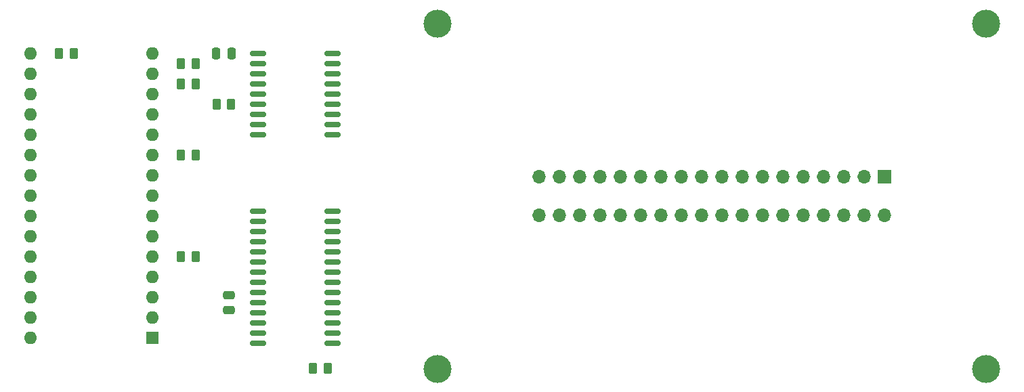
<source format=gbr>
%TF.GenerationSoftware,KiCad,Pcbnew,(6.0.0)*%
%TF.CreationDate,2022-02-22T05:40:17+01:00*%
%TF.ProjectId,Programmer,50726f67-7261-46d6-9d65-722e6b696361,rev?*%
%TF.SameCoordinates,Original*%
%TF.FileFunction,Soldermask,Top*%
%TF.FilePolarity,Negative*%
%FSLAX46Y46*%
G04 Gerber Fmt 4.6, Leading zero omitted, Abs format (unit mm)*
G04 Created by KiCad (PCBNEW (6.0.0)) date 2022-02-22 05:40:17*
%MOMM*%
%LPD*%
G01*
G04 APERTURE LIST*
G04 Aperture macros list*
%AMRoundRect*
0 Rectangle with rounded corners*
0 $1 Rounding radius*
0 $2 $3 $4 $5 $6 $7 $8 $9 X,Y pos of 4 corners*
0 Add a 4 corners polygon primitive as box body*
4,1,4,$2,$3,$4,$5,$6,$7,$8,$9,$2,$3,0*
0 Add four circle primitives for the rounded corners*
1,1,$1+$1,$2,$3*
1,1,$1+$1,$4,$5*
1,1,$1+$1,$6,$7*
1,1,$1+$1,$8,$9*
0 Add four rect primitives between the rounded corners*
20,1,$1+$1,$2,$3,$4,$5,0*
20,1,$1+$1,$4,$5,$6,$7,0*
20,1,$1+$1,$6,$7,$8,$9,0*
20,1,$1+$1,$8,$9,$2,$3,0*%
G04 Aperture macros list end*
%ADD10RoundRect,0.250000X-0.262500X-0.450000X0.262500X-0.450000X0.262500X0.450000X-0.262500X0.450000X0*%
%ADD11RoundRect,0.150000X-0.875000X-0.150000X0.875000X-0.150000X0.875000X0.150000X-0.875000X0.150000X0*%
%ADD12RoundRect,0.250000X0.250000X0.475000X-0.250000X0.475000X-0.250000X-0.475000X0.250000X-0.475000X0*%
%ADD13RoundRect,0.250000X0.475000X-0.250000X0.475000X0.250000X-0.475000X0.250000X-0.475000X-0.250000X0*%
%ADD14R,1.600000X1.600000*%
%ADD15O,1.600000X1.600000*%
%ADD16C,3.500000*%
%ADD17R,1.700000X1.700000*%
%ADD18O,1.700000X1.700000*%
G04 APERTURE END LIST*
D10*
%TO.C,R5*%
X79732500Y-71120000D03*
X81557500Y-71120000D03*
%TD*%
D11*
%TO.C,U2*%
X104570000Y-90805000D03*
X104570000Y-92075000D03*
X104570000Y-93345000D03*
X104570000Y-94615000D03*
X104570000Y-95885000D03*
X104570000Y-97155000D03*
X104570000Y-98425000D03*
X104570000Y-99695000D03*
X104570000Y-100965000D03*
X104570000Y-102235000D03*
X104570000Y-103505000D03*
X104570000Y-104775000D03*
X104570000Y-106045000D03*
X104570000Y-107315000D03*
X113870000Y-107315000D03*
X113870000Y-106045000D03*
X113870000Y-104775000D03*
X113870000Y-103505000D03*
X113870000Y-102235000D03*
X113870000Y-100965000D03*
X113870000Y-99695000D03*
X113870000Y-98425000D03*
X113870000Y-97155000D03*
X113870000Y-95885000D03*
X113870000Y-94615000D03*
X113870000Y-93345000D03*
X113870000Y-92075000D03*
X113870000Y-90805000D03*
%TD*%
D12*
%TO.C,C1*%
X101280000Y-71120000D03*
X99380000Y-71120000D03*
%TD*%
D13*
%TO.C,C2*%
X100965000Y-103185000D03*
X100965000Y-101285000D03*
%TD*%
D14*
%TO.C,U1*%
X91430000Y-106680000D03*
D15*
X91430000Y-104140000D03*
X91430000Y-101600000D03*
X91430000Y-99060000D03*
X91430000Y-96520000D03*
X91430000Y-93980000D03*
X91430000Y-91440000D03*
X91430000Y-88900000D03*
X91430000Y-86360000D03*
X91430000Y-83820000D03*
X91430000Y-81280000D03*
X91430000Y-78740000D03*
X91430000Y-76200000D03*
X91430000Y-73660000D03*
X91430000Y-71120000D03*
X76190000Y-71120000D03*
X76190000Y-73660000D03*
X76190000Y-76200000D03*
X76190000Y-78740000D03*
X76190000Y-81280000D03*
X76190000Y-83820000D03*
X76190000Y-86360000D03*
X76190000Y-88900000D03*
X76190000Y-91440000D03*
X76190000Y-93980000D03*
X76190000Y-96520000D03*
X76190000Y-99060000D03*
X76190000Y-101600000D03*
X76190000Y-104140000D03*
X76190000Y-106680000D03*
%TD*%
D10*
%TO.C,R3*%
X94972500Y-72390000D03*
X96797500Y-72390000D03*
%TD*%
%TO.C,R4*%
X94972500Y-74930000D03*
X96797500Y-74930000D03*
%TD*%
%TO.C,R6*%
X99417500Y-77470000D03*
X101242500Y-77470000D03*
%TD*%
%TO.C,R7*%
X111482500Y-110490000D03*
X113307500Y-110490000D03*
%TD*%
%TO.C,R2*%
X94972500Y-96520000D03*
X96797500Y-96520000D03*
%TD*%
D16*
%TO.C,J1*%
X195580000Y-67330000D03*
X127000000Y-110510000D03*
X127000000Y-67330000D03*
X195580000Y-110510000D03*
D17*
X182880000Y-86494300D03*
D18*
X182880000Y-91345700D03*
X180340000Y-86494300D03*
X180340000Y-91345700D03*
X177800000Y-86494300D03*
X177800000Y-91345700D03*
X175260000Y-86494300D03*
X175260000Y-91345700D03*
X172720000Y-86494300D03*
X172720000Y-91345700D03*
X170180000Y-86494300D03*
X170180000Y-91345700D03*
X167640000Y-86494300D03*
X167640000Y-91345700D03*
X165100000Y-86494300D03*
X165100000Y-91345700D03*
X162560000Y-86494300D03*
X162560000Y-91345700D03*
X160020000Y-86494300D03*
X160020000Y-91345700D03*
X157480000Y-86494300D03*
X157480000Y-91345700D03*
X154940000Y-86494300D03*
X154940000Y-91345700D03*
X152400000Y-86494300D03*
X152400000Y-91345700D03*
X149860000Y-86494300D03*
X149860000Y-91345700D03*
X147320000Y-86494300D03*
X147320000Y-91345700D03*
X144780000Y-86494300D03*
X144780000Y-91345700D03*
X142240000Y-86494300D03*
X142240000Y-91345700D03*
X139700000Y-86494300D03*
X139700000Y-91345700D03*
%TD*%
D11*
%TO.C,U3*%
X104570000Y-71120000D03*
X104570000Y-72390000D03*
X104570000Y-73660000D03*
X104570000Y-74930000D03*
X104570000Y-76200000D03*
X104570000Y-77470000D03*
X104570000Y-78740000D03*
X104570000Y-80010000D03*
X104570000Y-81280000D03*
X113870000Y-81280000D03*
X113870000Y-80010000D03*
X113870000Y-78740000D03*
X113870000Y-77470000D03*
X113870000Y-76200000D03*
X113870000Y-74930000D03*
X113870000Y-73660000D03*
X113870000Y-72390000D03*
X113870000Y-71120000D03*
%TD*%
D10*
%TO.C,R1*%
X94972500Y-83820000D03*
X96797500Y-83820000D03*
%TD*%
M02*

</source>
